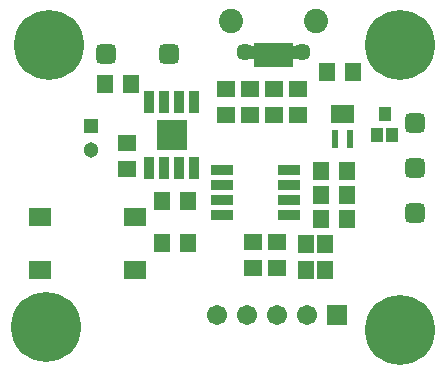
<source format=gts>
G04*
G04 #@! TF.GenerationSoftware,Altium Limited,Altium Designer,22.5.1 (42)*
G04*
G04 Layer_Color=8388736*
%FSLAX25Y25*%
%MOIN*%
G70*
G04*
G04 #@! TF.SameCoordinates,96F4DE00-7DBF-44AA-9512-03554E38B811*
G04*
G04*
G04 #@! TF.FilePolarity,Negative*
G04*
G01*
G75*
%ADD13R,0.03950X0.05131*%
%ADD14R,0.02572X0.06115*%
%ADD15R,0.02375X0.06115*%
%ADD16R,0.02559X0.08071*%
%ADD17R,0.05524X0.06312*%
G04:AMPARAMS|DCode=18|XSize=68mil|YSize=68mil|CornerRadius=19mil|HoleSize=0mil|Usage=FLASHONLY|Rotation=0.000|XOffset=0mil|YOffset=0mil|HoleType=Round|Shape=RoundedRectangle|*
%AMROUNDEDRECTD18*
21,1,0.06800,0.03000,0,0,0.0*
21,1,0.03000,0.06800,0,0,0.0*
1,1,0.03800,0.01500,-0.01500*
1,1,0.03800,-0.01500,-0.01500*
1,1,0.03800,-0.01500,0.01500*
1,1,0.03800,0.01500,0.01500*
%
%ADD18ROUNDEDRECTD18*%
G04:AMPARAMS|DCode=19|XSize=68mil|YSize=68mil|CornerRadius=19mil|HoleSize=0mil|Usage=FLASHONLY|Rotation=90.000|XOffset=0mil|YOffset=0mil|HoleType=Round|Shape=RoundedRectangle|*
%AMROUNDEDRECTD19*
21,1,0.06800,0.03000,0,0,90.0*
21,1,0.03000,0.06800,0,0,90.0*
1,1,0.03800,0.01500,0.01500*
1,1,0.03800,0.01500,-0.01500*
1,1,0.03800,-0.01500,-0.01500*
1,1,0.03800,-0.01500,0.01500*
%
%ADD19ROUNDEDRECTD19*%
%ADD20R,0.07493X0.06312*%
%ADD21R,0.07591X0.03359*%
%ADD22R,0.06312X0.05524*%
%ADD23R,0.03359X0.07591*%
%ADD24R,0.10209X0.10209*%
%ADD25C,0.06706*%
%ADD26R,0.06706X0.06706*%
%ADD27C,0.08083*%
%ADD28C,0.05724*%
%ADD29C,0.05721*%
%ADD30C,0.23323*%
%ADD31R,0.05131X0.05131*%
%ADD32C,0.05131*%
G36*
X84701Y104402D02*
X83126D01*
Y108732D01*
X84701D01*
Y104402D01*
D02*
G37*
G36*
X98874D02*
X97299D01*
Y108732D01*
X98874D01*
Y104402D01*
D02*
G37*
D13*
X128000Y86043D02*
D03*
X125441Y78957D02*
D03*
X130559D02*
D03*
D14*
X114000Y86134D02*
D03*
X116559D02*
D03*
X111441D02*
D03*
D15*
X116559Y77866D02*
D03*
X111441D02*
D03*
D16*
X85882Y105780D02*
D03*
X88441D02*
D03*
X96118D02*
D03*
X93559D02*
D03*
X91000D02*
D03*
D17*
X101701Y42661D02*
D03*
X108000Y34000D02*
D03*
X101701D02*
D03*
X108000Y42661D02*
D03*
X53669Y43000D02*
D03*
X62331D02*
D03*
X106669Y67000D02*
D03*
X115331D02*
D03*
X106669Y51000D02*
D03*
X53669Y57000D02*
D03*
X117331Y100000D02*
D03*
X43331Y96000D02*
D03*
X62331Y57000D02*
D03*
X115331Y51000D02*
D03*
X108669Y100000D02*
D03*
X106669Y59000D02*
D03*
X115331D02*
D03*
X34669Y96000D02*
D03*
D18*
X138000Y53000D02*
D03*
Y68000D02*
D03*
Y83000D02*
D03*
X35000Y106000D02*
D03*
D19*
X56000D02*
D03*
D20*
X13055Y51858D02*
D03*
Y34142D02*
D03*
X44945Y51858D02*
D03*
Y34142D02*
D03*
D21*
X96071Y57500D02*
D03*
Y62500D02*
D03*
Y67500D02*
D03*
X73929D02*
D03*
Y62500D02*
D03*
Y57500D02*
D03*
Y52500D02*
D03*
X96071D02*
D03*
D22*
X84000Y43331D02*
D03*
Y34669D02*
D03*
X92000Y43331D02*
D03*
Y34669D02*
D03*
X75000Y85669D02*
D03*
X91000Y94331D02*
D03*
X99000D02*
D03*
X83000Y85669D02*
D03*
X42000Y67669D02*
D03*
Y76331D02*
D03*
X83000Y94331D02*
D03*
X75000D02*
D03*
X91000Y85669D02*
D03*
X99000D02*
D03*
D23*
X49500Y90071D02*
D03*
Y67929D02*
D03*
X64500D02*
D03*
X59500D02*
D03*
X54500D02*
D03*
Y90071D02*
D03*
X59500D02*
D03*
X64500D02*
D03*
D24*
X57000Y79000D02*
D03*
D25*
X72000Y19000D02*
D03*
X82000D02*
D03*
X92000D02*
D03*
X102000D02*
D03*
D26*
X112000D02*
D03*
D27*
X105173Y117000D02*
D03*
X76827D02*
D03*
D28*
X81453Y106567D02*
D03*
D29*
X100547D02*
D03*
D30*
X16000Y109000D02*
D03*
X15000Y15000D02*
D03*
X133000Y14000D02*
D03*
Y109000D02*
D03*
D31*
X30000Y81874D02*
D03*
D32*
Y74000D02*
D03*
M02*

</source>
